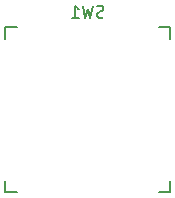
<source format=gbr>
%TF.GenerationSoftware,KiCad,Pcbnew,7.0.6*%
%TF.CreationDate,2023-08-06T17:13:19+10:00*%
%TF.ProjectId,single-key-keyboard,73696e67-6c65-42d6-9b65-792d6b657962,rev?*%
%TF.SameCoordinates,Original*%
%TF.FileFunction,Legend,Bot*%
%TF.FilePolarity,Positive*%
%FSLAX46Y46*%
G04 Gerber Fmt 4.6, Leading zero omitted, Abs format (unit mm)*
G04 Created by KiCad (PCBNEW 7.0.6) date 2023-08-06 17:13:19*
%MOMM*%
%LPD*%
G01*
G04 APERTURE LIST*
%ADD10C,0.150000*%
%ADD11R,1.700000X1.700000*%
%ADD12O,1.700000X1.700000*%
%ADD13C,3.000000*%
%ADD14C,2.286000*%
%ADD15C,3.987800*%
%ADD16C,1.701800*%
%ADD17C,0.700000*%
%ADD18O,1.200000X2.000000*%
%ADD19O,1.200000X1.800000*%
G04 APERTURE END LIST*
D10*
X142323332Y-91212200D02*
X142180475Y-91259819D01*
X142180475Y-91259819D02*
X141942380Y-91259819D01*
X141942380Y-91259819D02*
X141847142Y-91212200D01*
X141847142Y-91212200D02*
X141799523Y-91164580D01*
X141799523Y-91164580D02*
X141751904Y-91069342D01*
X141751904Y-91069342D02*
X141751904Y-90974104D01*
X141751904Y-90974104D02*
X141799523Y-90878866D01*
X141799523Y-90878866D02*
X141847142Y-90831247D01*
X141847142Y-90831247D02*
X141942380Y-90783628D01*
X141942380Y-90783628D02*
X142132856Y-90736009D01*
X142132856Y-90736009D02*
X142228094Y-90688390D01*
X142228094Y-90688390D02*
X142275713Y-90640771D01*
X142275713Y-90640771D02*
X142323332Y-90545533D01*
X142323332Y-90545533D02*
X142323332Y-90450295D01*
X142323332Y-90450295D02*
X142275713Y-90355057D01*
X142275713Y-90355057D02*
X142228094Y-90307438D01*
X142228094Y-90307438D02*
X142132856Y-90259819D01*
X142132856Y-90259819D02*
X141894761Y-90259819D01*
X141894761Y-90259819D02*
X141751904Y-90307438D01*
X141418570Y-90259819D02*
X141180475Y-91259819D01*
X141180475Y-91259819D02*
X140989999Y-90545533D01*
X140989999Y-90545533D02*
X140799523Y-91259819D01*
X140799523Y-91259819D02*
X140561428Y-90259819D01*
X139656666Y-91259819D02*
X140228094Y-91259819D01*
X139942380Y-91259819D02*
X139942380Y-90259819D01*
X139942380Y-90259819D02*
X140037618Y-90402676D01*
X140037618Y-90402676D02*
X140132856Y-90497914D01*
X140132856Y-90497914D02*
X140228094Y-90545533D01*
%TO.C,SW1*%
X147990000Y-93060000D02*
X147990000Y-92060000D01*
X147990000Y-106060000D02*
X146990000Y-106060000D01*
X146990000Y-92060000D02*
X147990000Y-92060000D01*
X147990000Y-106060000D02*
X147990000Y-105060000D01*
X133990000Y-105060000D02*
X133990000Y-106060000D01*
X133990000Y-92060000D02*
X134990000Y-92060000D01*
X134990000Y-106060000D02*
X133990000Y-106060000D01*
X133990000Y-92060000D02*
X133990000Y-93060000D01*
%TD*%
%LPC*%
D11*
%TO.C,TP7*%
X151130000Y-97790000D03*
D12*
X151130000Y-100330000D03*
%TD*%
D11*
%TO.C,TP5*%
X139700000Y-88900000D03*
D12*
X142240000Y-88900000D03*
%TD*%
D11*
%TO.C,TP1*%
X130810000Y-97790000D03*
D12*
X130810000Y-100330000D03*
%TD*%
D11*
%TO.C,TP4*%
X151130000Y-124460000D03*
D12*
X151130000Y-127000000D03*
%TD*%
D11*
%TO.C,TP3*%
X130810000Y-124460000D03*
D12*
X130810000Y-127000000D03*
%TD*%
D11*
%TO.C,TP2*%
X139440000Y-115570000D03*
D12*
X141980000Y-115570000D03*
%TD*%
D13*
%TO.C,SW1*%
X143530000Y-104140000D03*
X137180000Y-101600000D03*
D14*
X138450000Y-93980000D03*
D15*
X140990000Y-99060000D03*
D14*
X144800000Y-96520000D03*
D16*
X135910000Y-99060000D03*
X146070000Y-99060000D03*
%TD*%
D17*
%TO.C,P1*%
X143540000Y-132115000D03*
X137760000Y-132115000D03*
D18*
X136330000Y-131585000D03*
X144970000Y-131585000D03*
D19*
X136330000Y-135765000D03*
X144970000Y-135765000D03*
%TD*%
%LPD*%
M02*

</source>
